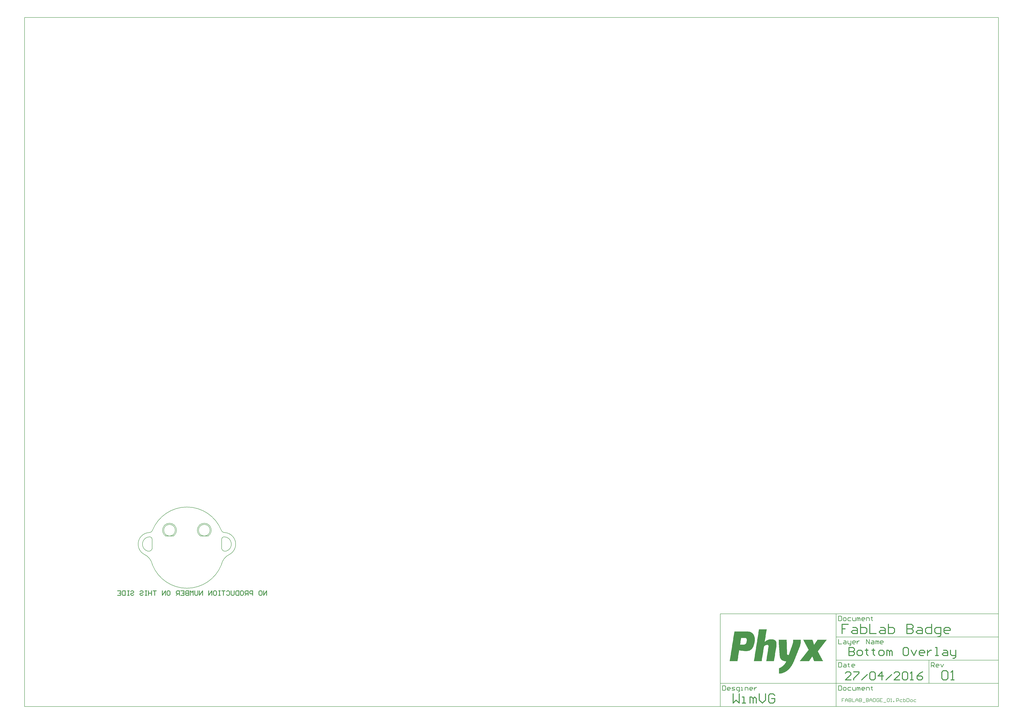
<source format=gbo>
G04 Layer_Color=32896*
%FSLAX25Y25*%
%MOIN*%
G70*
G01*
G75*
%ADD12C,0.01575*%
%ADD13C,0.00787*%
%ADD14C,0.00984*%
%ADD18C,0.01181*%
G36*
X1042339Y-162457D02*
Y-162743D01*
Y-163030D01*
Y-163316D01*
Y-163602D01*
Y-163889D01*
Y-164175D01*
Y-164461D01*
Y-164748D01*
Y-165034D01*
Y-165320D01*
Y-165607D01*
Y-165893D01*
Y-166179D01*
Y-166466D01*
Y-166752D01*
Y-167038D01*
Y-167324D01*
Y-167611D01*
Y-167897D01*
Y-168183D01*
X1042053D01*
Y-168470D01*
Y-168756D01*
Y-169042D01*
Y-169329D01*
Y-169615D01*
X1041767D01*
Y-169901D01*
Y-170188D01*
Y-170474D01*
Y-170760D01*
X1041481D01*
Y-171047D01*
Y-171333D01*
Y-171619D01*
Y-171906D01*
X1041194D01*
Y-172192D01*
Y-172478D01*
Y-172764D01*
X1040908D01*
Y-173051D01*
Y-173337D01*
Y-173623D01*
X1040622D01*
Y-173910D01*
Y-174196D01*
Y-174482D01*
X1040335D01*
Y-174769D01*
Y-175055D01*
Y-175341D01*
X1040049D01*
Y-175628D01*
Y-175914D01*
X1039763D01*
Y-176200D01*
Y-176487D01*
X1039476D01*
Y-176773D01*
Y-177059D01*
Y-177345D01*
X1039190D01*
Y-177632D01*
Y-177918D01*
X1038904D01*
Y-178204D01*
Y-178491D01*
Y-178777D01*
X1038617D01*
Y-179063D01*
Y-179350D01*
X1038331D01*
Y-179636D01*
Y-179922D01*
Y-180209D01*
X1038045D01*
Y-180495D01*
Y-180781D01*
X1037758D01*
Y-181068D01*
Y-181354D01*
Y-181640D01*
X1037472D01*
Y-181926D01*
Y-182213D01*
X1037186D01*
Y-182499D01*
Y-182785D01*
Y-183072D01*
X1036899D01*
Y-183358D01*
Y-183644D01*
X1036613D01*
Y-183931D01*
Y-184217D01*
Y-184503D01*
X1036327D01*
Y-184790D01*
Y-185076D01*
X1036041D01*
Y-185362D01*
Y-185649D01*
Y-185935D01*
X1035754D01*
Y-186221D01*
Y-186507D01*
X1035468D01*
Y-186794D01*
Y-187080D01*
Y-187366D01*
X1035182D01*
Y-187653D01*
Y-187939D01*
X1034895D01*
Y-188225D01*
Y-188512D01*
Y-188798D01*
X1034609D01*
Y-189084D01*
Y-189371D01*
X1034323D01*
Y-189657D01*
Y-189943D01*
Y-190229D01*
X1034036D01*
Y-190516D01*
Y-190802D01*
X1033750D01*
Y-191088D01*
Y-191375D01*
Y-191661D01*
X1033464D01*
Y-191947D01*
Y-192234D01*
X1033177D01*
Y-192520D01*
Y-192806D01*
Y-193093D01*
X1032891D01*
Y-193379D01*
Y-193665D01*
X1032605D01*
Y-193952D01*
Y-194238D01*
Y-194524D01*
X1032318D01*
Y-194810D01*
Y-195097D01*
X1032032D01*
Y-195383D01*
Y-195669D01*
Y-195956D01*
X1031746D01*
Y-196242D01*
Y-196528D01*
X1031460D01*
Y-196815D01*
Y-197101D01*
Y-197387D01*
X1031173D01*
Y-197674D01*
Y-197960D01*
X1030887D01*
Y-198246D01*
Y-198533D01*
Y-198819D01*
X1030601D01*
Y-199105D01*
Y-199391D01*
X1030314D01*
Y-199678D01*
Y-199964D01*
X1030028D01*
Y-200251D01*
Y-200537D01*
X1029742D01*
Y-200823D01*
Y-201109D01*
Y-201396D01*
X1029455D01*
Y-201682D01*
X1029169D01*
Y-201968D01*
Y-202255D01*
Y-202541D01*
X1028883D01*
Y-202827D01*
X1028596D01*
Y-203114D01*
Y-203400D01*
X1028310D01*
Y-203686D01*
Y-203973D01*
X1028024D01*
Y-204259D01*
Y-204545D01*
X1027738D01*
Y-204832D01*
Y-205118D01*
X1027451D01*
Y-205404D01*
X1027165D01*
Y-205690D01*
Y-205977D01*
X1026879D01*
Y-206263D01*
Y-206549D01*
X1026592D01*
Y-206836D01*
X1026306D01*
Y-207122D01*
X1026020D01*
Y-207408D01*
Y-207695D01*
X1025733D01*
Y-207981D01*
X1025447D01*
Y-208267D01*
Y-208554D01*
X1025161D01*
Y-208840D01*
X1024874D01*
Y-209126D01*
X1024588D01*
Y-209413D01*
Y-209699D01*
X1024302D01*
Y-209985D01*
X1024015D01*
Y-210271D01*
X1023729D01*
Y-210558D01*
X1023443D01*
Y-210844D01*
X1023157D01*
Y-211130D01*
Y-211417D01*
X1022870D01*
Y-211703D01*
X1022584D01*
Y-211989D01*
X1022297D01*
Y-212276D01*
X1022011D01*
Y-212562D01*
X1021725D01*
Y-212848D01*
X1021439D01*
Y-213135D01*
X1021152D01*
Y-213421D01*
X1020580D01*
Y-213707D01*
X1020293D01*
Y-213994D01*
X1020007D01*
Y-214280D01*
X1019721D01*
Y-214566D01*
X1019434D01*
Y-214852D01*
X1018862D01*
Y-215139D01*
X1018575D01*
Y-215425D01*
X1018003D01*
Y-215711D01*
X1017717D01*
Y-215998D01*
X1017144D01*
Y-216284D01*
X1016858D01*
Y-216570D01*
X1016285D01*
Y-216857D01*
X1015712D01*
Y-217143D01*
X1015140D01*
Y-217429D01*
X1014567D01*
Y-217716D01*
X1013995D01*
Y-218002D01*
X1013136D01*
Y-218288D01*
X1012563D01*
Y-218575D01*
X1011704D01*
Y-218861D01*
X1010559D01*
Y-219147D01*
X1009414D01*
Y-219433D01*
X1007696D01*
Y-219720D01*
X1005691D01*
Y-220006D01*
X1005405D01*
Y-219720D01*
Y-219433D01*
Y-219147D01*
Y-218861D01*
Y-218575D01*
Y-218288D01*
Y-218002D01*
Y-217716D01*
Y-217429D01*
Y-217143D01*
Y-216857D01*
Y-216570D01*
Y-216284D01*
Y-215998D01*
Y-215711D01*
Y-215425D01*
Y-215139D01*
Y-214852D01*
Y-214566D01*
Y-214280D01*
Y-213994D01*
Y-213707D01*
Y-213421D01*
Y-213135D01*
Y-212848D01*
Y-212562D01*
Y-212276D01*
Y-211989D01*
Y-211703D01*
Y-211417D01*
Y-211130D01*
Y-210844D01*
Y-210558D01*
X1005978D01*
Y-210271D01*
X1006550D01*
Y-209985D01*
X1007123D01*
Y-209699D01*
X1007696D01*
Y-209413D01*
X1008268D01*
Y-209126D01*
X1008841D01*
Y-208840D01*
X1009127D01*
Y-208554D01*
X1009700D01*
Y-208267D01*
X1009986D01*
Y-207981D01*
X1010559D01*
Y-207695D01*
X1010845D01*
Y-207408D01*
X1011131D01*
Y-207122D01*
X1011704D01*
Y-206836D01*
X1011990D01*
Y-206549D01*
X1012277D01*
Y-206263D01*
X1012563D01*
Y-205977D01*
X1012849D01*
Y-205690D01*
X1013136D01*
Y-205404D01*
X1013422D01*
Y-205118D01*
X1013708D01*
Y-204832D01*
X1013995D01*
Y-204545D01*
X1014281D01*
Y-204259D01*
X1014567D01*
Y-203973D01*
X1014853D01*
Y-203686D01*
Y-203400D01*
X1015140D01*
Y-203114D01*
X1015426D01*
Y-202827D01*
X1015712D01*
Y-202541D01*
Y-202255D01*
X1015999D01*
Y-201968D01*
X1016285D01*
Y-201682D01*
Y-201396D01*
X1016571D01*
Y-201109D01*
Y-200823D01*
X1016858D01*
Y-200537D01*
X1017144D01*
Y-200251D01*
Y-199964D01*
X1017430D01*
Y-199678D01*
Y-199391D01*
X1017717D01*
Y-199105D01*
Y-198819D01*
X1015999D01*
Y-198533D01*
X1013995D01*
Y-198246D01*
X1012849D01*
Y-197960D01*
X1012277D01*
Y-197674D01*
X1011418D01*
Y-197387D01*
X1010845D01*
Y-197101D01*
X1010559D01*
Y-196815D01*
X1009986D01*
Y-196528D01*
X1009700D01*
Y-196242D01*
X1009414D01*
Y-195956D01*
X1009127D01*
Y-195669D01*
X1008841D01*
Y-195383D01*
X1008554D01*
Y-195097D01*
Y-194810D01*
X1008268D01*
Y-194524D01*
X1007982D01*
Y-194238D01*
Y-193952D01*
X1007696D01*
Y-193665D01*
Y-193379D01*
X1007409D01*
Y-193093D01*
Y-192806D01*
X1007123D01*
Y-192520D01*
Y-192234D01*
Y-191947D01*
X1006837D01*
Y-191661D01*
Y-191375D01*
Y-191088D01*
Y-190802D01*
X1006550D01*
Y-190516D01*
Y-190229D01*
Y-189943D01*
Y-189657D01*
Y-189371D01*
Y-189084D01*
Y-188798D01*
X1006264D01*
Y-188512D01*
Y-188225D01*
Y-187939D01*
Y-187653D01*
Y-187366D01*
Y-187080D01*
Y-186794D01*
Y-186507D01*
Y-186221D01*
Y-185935D01*
Y-185649D01*
Y-185362D01*
Y-185076D01*
Y-184790D01*
Y-184503D01*
X1005978D01*
Y-184217D01*
Y-183931D01*
Y-183644D01*
Y-183358D01*
Y-183072D01*
Y-182785D01*
Y-182499D01*
Y-182213D01*
Y-181926D01*
Y-181640D01*
Y-181354D01*
Y-181068D01*
Y-180781D01*
Y-180495D01*
Y-180209D01*
X1005691D01*
Y-179922D01*
Y-179636D01*
Y-179350D01*
Y-179063D01*
Y-178777D01*
Y-178491D01*
Y-178204D01*
Y-177918D01*
Y-177632D01*
Y-177345D01*
Y-177059D01*
Y-176773D01*
Y-176487D01*
Y-176200D01*
Y-175914D01*
Y-175628D01*
X1005405D01*
Y-175341D01*
Y-175055D01*
Y-174769D01*
Y-174482D01*
Y-174196D01*
Y-173910D01*
Y-173623D01*
Y-173337D01*
Y-173051D01*
Y-172764D01*
Y-172478D01*
Y-172192D01*
Y-171906D01*
Y-171619D01*
Y-171333D01*
Y-171047D01*
X1005119D01*
Y-170760D01*
Y-170474D01*
Y-170188D01*
Y-169901D01*
Y-169615D01*
Y-169329D01*
Y-169042D01*
Y-168756D01*
Y-168470D01*
Y-168183D01*
Y-167897D01*
Y-167611D01*
Y-167324D01*
Y-167038D01*
X1004832D01*
Y-166752D01*
Y-166466D01*
Y-166179D01*
Y-165893D01*
Y-165607D01*
Y-165320D01*
Y-165034D01*
Y-164748D01*
Y-164461D01*
Y-164175D01*
Y-163889D01*
Y-163602D01*
Y-163316D01*
Y-163030D01*
Y-162743D01*
Y-162457D01*
X1004546D01*
Y-162171D01*
X1018289D01*
Y-162457D01*
Y-162743D01*
Y-163030D01*
Y-163316D01*
Y-163602D01*
Y-163889D01*
Y-164175D01*
Y-164461D01*
Y-164748D01*
Y-165034D01*
Y-165320D01*
Y-165607D01*
Y-165893D01*
Y-166179D01*
X1018575D01*
Y-166466D01*
Y-166752D01*
Y-167038D01*
Y-167324D01*
Y-167611D01*
Y-167897D01*
Y-168183D01*
Y-168470D01*
Y-168756D01*
Y-169042D01*
Y-169329D01*
Y-169615D01*
Y-169901D01*
Y-170188D01*
Y-170474D01*
Y-170760D01*
Y-171047D01*
Y-171333D01*
Y-171619D01*
Y-171906D01*
Y-172192D01*
Y-172478D01*
Y-172764D01*
Y-173051D01*
Y-173337D01*
Y-173623D01*
Y-173910D01*
Y-174196D01*
Y-174482D01*
Y-174769D01*
Y-175055D01*
Y-175341D01*
Y-175628D01*
Y-175914D01*
Y-176200D01*
Y-176487D01*
Y-176773D01*
Y-177059D01*
Y-177345D01*
Y-177632D01*
Y-177918D01*
X1018862D01*
Y-178204D01*
X1018575D01*
Y-178491D01*
Y-178777D01*
X1018862D01*
Y-179063D01*
Y-179350D01*
Y-179636D01*
Y-179922D01*
Y-180209D01*
Y-180495D01*
Y-180781D01*
Y-181068D01*
Y-181354D01*
Y-181640D01*
Y-181926D01*
Y-182213D01*
Y-182499D01*
Y-182785D01*
Y-183072D01*
Y-183358D01*
Y-183644D01*
Y-183931D01*
Y-184217D01*
Y-184503D01*
Y-184790D01*
Y-185076D01*
Y-185362D01*
Y-185649D01*
Y-185935D01*
Y-186221D01*
X1019148D01*
Y-186507D01*
Y-186794D01*
Y-187080D01*
X1019434D01*
Y-187366D01*
X1019721D01*
Y-187653D01*
X1020007D01*
Y-187939D01*
X1020866D01*
Y-188225D01*
X1021725D01*
Y-187939D01*
X1022011D01*
Y-187653D01*
Y-187366D01*
Y-187080D01*
X1022297D01*
Y-186794D01*
Y-186507D01*
X1022584D01*
Y-186221D01*
Y-185935D01*
Y-185649D01*
X1022870D01*
Y-185362D01*
Y-185076D01*
Y-184790D01*
X1023157D01*
Y-184503D01*
Y-184217D01*
Y-183931D01*
X1023443D01*
Y-183644D01*
Y-183358D01*
Y-183072D01*
X1023729D01*
Y-182785D01*
Y-182499D01*
X1024015D01*
Y-182213D01*
Y-181926D01*
Y-181640D01*
X1024302D01*
Y-181354D01*
Y-181068D01*
Y-180781D01*
X1024588D01*
Y-180495D01*
Y-180209D01*
Y-179922D01*
X1024874D01*
Y-179636D01*
Y-179350D01*
X1025161D01*
Y-179063D01*
Y-178777D01*
Y-178491D01*
X1025447D01*
Y-178204D01*
Y-177918D01*
Y-177632D01*
X1025733D01*
Y-177345D01*
Y-177059D01*
Y-176773D01*
X1026020D01*
Y-176487D01*
Y-176200D01*
X1026306D01*
Y-175914D01*
Y-175628D01*
Y-175341D01*
X1026592D01*
Y-175055D01*
Y-174769D01*
Y-174482D01*
X1026879D01*
Y-174196D01*
Y-173910D01*
Y-173623D01*
X1027165D01*
Y-173337D01*
Y-173051D01*
X1027451D01*
Y-172764D01*
Y-172478D01*
Y-172192D01*
X1027738D01*
Y-171906D01*
Y-171619D01*
Y-171333D01*
X1028024D01*
Y-171047D01*
Y-170760D01*
Y-170474D01*
X1028310D01*
Y-170188D01*
Y-169901D01*
Y-169615D01*
Y-169329D01*
X1028596D01*
Y-169042D01*
Y-168756D01*
Y-168470D01*
Y-168183D01*
X1028883D01*
Y-167897D01*
Y-167611D01*
Y-167324D01*
Y-167038D01*
Y-166752D01*
X1029169D01*
Y-166466D01*
Y-166179D01*
Y-165893D01*
Y-165607D01*
Y-165320D01*
Y-165034D01*
X1029455D01*
Y-164748D01*
Y-164461D01*
Y-164175D01*
Y-163889D01*
Y-163602D01*
Y-163316D01*
Y-163030D01*
Y-162743D01*
Y-162457D01*
Y-162171D01*
X1042339D01*
Y-162457D01*
D02*
G37*
G36*
X984504Y-144992D02*
Y-145278D01*
X984218D01*
Y-145565D01*
Y-145851D01*
Y-146137D01*
Y-146424D01*
Y-146710D01*
Y-146996D01*
X983932D01*
Y-147283D01*
Y-147569D01*
Y-147855D01*
Y-148142D01*
Y-148428D01*
Y-148714D01*
X983645D01*
Y-149001D01*
Y-149287D01*
Y-149573D01*
Y-149859D01*
Y-150146D01*
Y-150432D01*
Y-150718D01*
X983359D01*
Y-151005D01*
Y-151291D01*
Y-151577D01*
Y-151864D01*
Y-152150D01*
Y-152436D01*
X983073D01*
Y-152723D01*
Y-153009D01*
Y-153295D01*
Y-153582D01*
Y-153868D01*
Y-154154D01*
X982786D01*
Y-154440D01*
Y-154727D01*
Y-155013D01*
Y-155299D01*
Y-155586D01*
Y-155872D01*
Y-156158D01*
X982500D01*
Y-156445D01*
Y-156731D01*
Y-157017D01*
Y-157304D01*
Y-157590D01*
Y-157876D01*
X982214D01*
Y-158162D01*
Y-158449D01*
Y-158735D01*
Y-159021D01*
Y-159308D01*
Y-159594D01*
X981927D01*
Y-159880D01*
Y-160167D01*
Y-160453D01*
Y-160739D01*
Y-161026D01*
Y-161312D01*
X981641D01*
Y-161598D01*
Y-161884D01*
Y-162171D01*
Y-162457D01*
Y-162743D01*
Y-163030D01*
Y-163316D01*
X981355D01*
Y-163602D01*
Y-163889D01*
Y-164175D01*
Y-164461D01*
Y-164748D01*
Y-165034D01*
X981069D01*
Y-165320D01*
Y-165607D01*
X981641D01*
Y-165320D01*
X981927D01*
Y-165034D01*
X982214D01*
Y-164748D01*
X982786D01*
Y-164461D01*
X983073D01*
Y-164175D01*
X983359D01*
Y-163889D01*
X983932D01*
Y-163602D01*
X984504D01*
Y-163316D01*
X984791D01*
Y-163030D01*
X985363D01*
Y-162743D01*
X986222D01*
Y-162457D01*
X986795D01*
Y-162171D01*
X987654D01*
Y-161884D01*
X989085D01*
Y-161598D01*
X995384D01*
Y-161884D01*
X996529D01*
Y-162171D01*
X997388D01*
Y-162457D01*
X997961D01*
Y-162743D01*
X998247D01*
Y-163030D01*
X998820D01*
Y-163316D01*
X999106D01*
Y-163602D01*
X999393D01*
Y-163889D01*
X999679D01*
Y-164175D01*
X999965D01*
Y-164461D01*
Y-164748D01*
X1000251D01*
Y-165034D01*
Y-165320D01*
X1000538D01*
Y-165607D01*
Y-165893D01*
Y-166179D01*
X1000824D01*
Y-166466D01*
Y-166752D01*
Y-167038D01*
Y-167324D01*
X1001110D01*
Y-167611D01*
Y-167897D01*
Y-168183D01*
Y-168470D01*
Y-168756D01*
Y-169042D01*
Y-169329D01*
Y-169615D01*
Y-169901D01*
Y-170188D01*
Y-170474D01*
Y-170760D01*
Y-171047D01*
Y-171333D01*
Y-171619D01*
Y-171906D01*
Y-172192D01*
Y-172478D01*
X1000824D01*
Y-172764D01*
Y-173051D01*
Y-173337D01*
Y-173623D01*
Y-173910D01*
Y-174196D01*
Y-174482D01*
X1000538D01*
Y-174769D01*
Y-175055D01*
Y-175341D01*
Y-175628D01*
Y-175914D01*
Y-176200D01*
Y-176487D01*
X1000251D01*
Y-176773D01*
Y-177059D01*
Y-177345D01*
Y-177632D01*
Y-177918D01*
Y-178204D01*
X999965D01*
Y-178491D01*
Y-178777D01*
Y-179063D01*
Y-179350D01*
Y-179636D01*
Y-179922D01*
X999679D01*
Y-180209D01*
Y-180495D01*
Y-180781D01*
Y-181068D01*
Y-181354D01*
Y-181640D01*
X999393D01*
Y-181926D01*
Y-182213D01*
Y-182499D01*
Y-182785D01*
Y-183072D01*
Y-183358D01*
Y-183644D01*
X999106D01*
Y-183931D01*
Y-184217D01*
Y-184503D01*
Y-184790D01*
Y-185076D01*
Y-185362D01*
X998820D01*
Y-185649D01*
Y-185935D01*
Y-186221D01*
Y-186507D01*
Y-186794D01*
Y-187080D01*
X998534D01*
Y-187366D01*
Y-187653D01*
Y-187939D01*
Y-188225D01*
Y-188512D01*
Y-188798D01*
Y-189084D01*
X998247D01*
Y-189371D01*
Y-189657D01*
Y-189943D01*
Y-190229D01*
Y-190516D01*
Y-190802D01*
X997961D01*
Y-191088D01*
Y-191375D01*
Y-191661D01*
Y-191947D01*
Y-192234D01*
Y-192520D01*
X997675D01*
Y-192806D01*
Y-193093D01*
Y-193379D01*
Y-193665D01*
Y-193952D01*
Y-194238D01*
X997388D01*
Y-194524D01*
Y-194810D01*
Y-195097D01*
Y-195383D01*
Y-195669D01*
Y-195956D01*
Y-196242D01*
X997102D01*
Y-196528D01*
Y-196815D01*
Y-197101D01*
Y-197387D01*
Y-197674D01*
Y-197960D01*
X996816D01*
Y-198246D01*
Y-198533D01*
X983645D01*
Y-198246D01*
Y-197960D01*
X983932D01*
Y-197674D01*
Y-197387D01*
Y-197101D01*
Y-196815D01*
Y-196528D01*
Y-196242D01*
X984218D01*
Y-195956D01*
Y-195669D01*
Y-195383D01*
Y-195097D01*
Y-194810D01*
Y-194524D01*
Y-194238D01*
X984504D01*
Y-193952D01*
Y-193665D01*
Y-193379D01*
Y-193093D01*
Y-192806D01*
Y-192520D01*
X984791D01*
Y-192234D01*
Y-191947D01*
Y-191661D01*
Y-191375D01*
Y-191088D01*
Y-190802D01*
X985077D01*
Y-190516D01*
Y-190229D01*
Y-189943D01*
Y-189657D01*
Y-189371D01*
Y-189084D01*
Y-188798D01*
X985363D01*
Y-188512D01*
Y-188225D01*
Y-187939D01*
Y-187653D01*
Y-187366D01*
Y-187080D01*
X985649D01*
Y-186794D01*
Y-186507D01*
Y-186221D01*
Y-185935D01*
Y-185649D01*
Y-185362D01*
Y-185076D01*
X985936D01*
Y-184790D01*
Y-184503D01*
Y-184217D01*
Y-183931D01*
Y-183644D01*
Y-183358D01*
X986222D01*
Y-183072D01*
Y-182785D01*
Y-182499D01*
Y-182213D01*
Y-181926D01*
Y-181640D01*
X986508D01*
Y-181354D01*
Y-181068D01*
Y-180781D01*
Y-180495D01*
Y-180209D01*
Y-179922D01*
X986795D01*
Y-179636D01*
Y-179350D01*
Y-179063D01*
Y-178777D01*
Y-178491D01*
Y-178204D01*
Y-177918D01*
X987081D01*
Y-177632D01*
Y-177345D01*
Y-177059D01*
Y-176773D01*
Y-176487D01*
Y-176200D01*
X987367D01*
Y-175914D01*
Y-175628D01*
Y-175341D01*
Y-175055D01*
Y-174769D01*
Y-174482D01*
Y-174196D01*
X987654D01*
Y-173910D01*
Y-173623D01*
Y-173337D01*
Y-173051D01*
Y-172764D01*
Y-172478D01*
X987367D01*
Y-172192D01*
Y-171906D01*
X987081D01*
Y-171619D01*
X986795D01*
Y-171333D01*
X986222D01*
Y-171047D01*
X984504D01*
Y-171333D01*
X983073D01*
Y-171619D01*
X982214D01*
Y-171906D01*
X981641D01*
Y-172192D01*
X981355D01*
Y-172478D01*
X980782D01*
Y-172764D01*
X980496D01*
Y-173051D01*
X980210D01*
Y-173337D01*
Y-173623D01*
X979923D01*
Y-173910D01*
Y-174196D01*
Y-174482D01*
X979637D01*
Y-174769D01*
Y-175055D01*
Y-175341D01*
Y-175628D01*
Y-175914D01*
Y-176200D01*
X979351D01*
Y-176487D01*
Y-176773D01*
Y-177059D01*
Y-177345D01*
Y-177632D01*
Y-177918D01*
Y-178204D01*
X979064D01*
Y-178491D01*
Y-178777D01*
Y-179063D01*
Y-179350D01*
Y-179636D01*
Y-179922D01*
X978778D01*
Y-180209D01*
Y-180495D01*
Y-180781D01*
Y-181068D01*
Y-181354D01*
Y-181640D01*
X978492D01*
Y-181926D01*
Y-182213D01*
Y-182499D01*
Y-182785D01*
Y-183072D01*
Y-183358D01*
X978205D01*
Y-183644D01*
Y-183931D01*
Y-184217D01*
Y-184503D01*
Y-184790D01*
Y-185076D01*
Y-185362D01*
X977919D01*
Y-185649D01*
Y-185935D01*
Y-186221D01*
Y-186507D01*
Y-186794D01*
Y-187080D01*
X977633D01*
Y-187366D01*
Y-187653D01*
Y-187939D01*
Y-188225D01*
Y-188512D01*
Y-188798D01*
X977346D01*
Y-189084D01*
Y-189371D01*
Y-189657D01*
Y-189943D01*
Y-190229D01*
Y-190516D01*
Y-190802D01*
X977060D01*
Y-191088D01*
Y-191375D01*
Y-191661D01*
Y-191947D01*
Y-192234D01*
Y-192520D01*
X976774D01*
Y-192806D01*
Y-193093D01*
Y-193379D01*
Y-193665D01*
Y-193952D01*
Y-194238D01*
X976488D01*
Y-194524D01*
Y-194810D01*
Y-195097D01*
Y-195383D01*
Y-195669D01*
Y-195956D01*
X976201D01*
Y-196242D01*
Y-196528D01*
Y-196815D01*
Y-197101D01*
Y-197387D01*
Y-197674D01*
Y-197960D01*
X975915D01*
Y-198246D01*
Y-198533D01*
X962745D01*
Y-198246D01*
Y-197960D01*
X963031D01*
Y-197674D01*
Y-197387D01*
Y-197101D01*
Y-196815D01*
Y-196528D01*
Y-196242D01*
Y-195956D01*
X963317D01*
Y-195669D01*
Y-195383D01*
Y-195097D01*
Y-194810D01*
Y-194524D01*
Y-194238D01*
X963603D01*
Y-193952D01*
Y-193665D01*
Y-193379D01*
Y-193093D01*
Y-192806D01*
Y-192520D01*
X963890D01*
Y-192234D01*
Y-191947D01*
Y-191661D01*
Y-191375D01*
Y-191088D01*
Y-190802D01*
Y-190516D01*
X964176D01*
Y-190229D01*
Y-189943D01*
Y-189657D01*
Y-189371D01*
Y-189084D01*
Y-188798D01*
X964462D01*
Y-188512D01*
Y-188225D01*
Y-187939D01*
Y-187653D01*
Y-187366D01*
Y-187080D01*
X964749D01*
Y-186794D01*
Y-186507D01*
Y-186221D01*
Y-185935D01*
Y-185649D01*
Y-185362D01*
X965035D01*
Y-185076D01*
Y-184790D01*
Y-184503D01*
Y-184217D01*
Y-183931D01*
Y-183644D01*
Y-183358D01*
X965321D01*
Y-183072D01*
Y-182785D01*
Y-182499D01*
Y-182213D01*
Y-181926D01*
Y-181640D01*
X965608D01*
Y-181354D01*
Y-181068D01*
Y-180781D01*
Y-180495D01*
Y-180209D01*
Y-179922D01*
X965894D01*
Y-179636D01*
Y-179350D01*
Y-179063D01*
Y-178777D01*
Y-178491D01*
Y-178204D01*
Y-177918D01*
X966180D01*
Y-177632D01*
Y-177345D01*
Y-177059D01*
Y-176773D01*
Y-176487D01*
Y-176200D01*
X966467D01*
Y-175914D01*
Y-175628D01*
Y-175341D01*
Y-175055D01*
Y-174769D01*
Y-174482D01*
X966753D01*
Y-174196D01*
Y-173910D01*
Y-173623D01*
Y-173337D01*
Y-173051D01*
Y-172764D01*
X967039D01*
Y-172478D01*
Y-172192D01*
Y-171906D01*
Y-171619D01*
Y-171333D01*
Y-171047D01*
Y-170760D01*
X967325D01*
Y-170474D01*
Y-170188D01*
Y-169901D01*
Y-169615D01*
Y-169329D01*
Y-169042D01*
X967612D01*
Y-168756D01*
Y-168470D01*
Y-168183D01*
Y-167897D01*
Y-167611D01*
Y-167324D01*
X967898D01*
Y-167038D01*
Y-166752D01*
Y-166466D01*
Y-166179D01*
Y-165893D01*
Y-165607D01*
X968184D01*
Y-165320D01*
Y-165034D01*
Y-164748D01*
Y-164461D01*
Y-164175D01*
Y-163889D01*
Y-163602D01*
X968471D01*
Y-163316D01*
Y-163030D01*
Y-162743D01*
Y-162457D01*
Y-162171D01*
Y-161884D01*
X968757D01*
Y-161598D01*
Y-161312D01*
Y-161026D01*
Y-160739D01*
Y-160453D01*
Y-160167D01*
X969043D01*
Y-159880D01*
Y-159594D01*
Y-159308D01*
Y-159021D01*
Y-158735D01*
Y-158449D01*
Y-158162D01*
X969330D01*
Y-157876D01*
Y-157590D01*
Y-157304D01*
Y-157017D01*
Y-156731D01*
Y-156445D01*
X969616D01*
Y-156158D01*
Y-155872D01*
Y-155586D01*
Y-155299D01*
Y-155013D01*
Y-154727D01*
X969902D01*
Y-154440D01*
Y-154154D01*
Y-153868D01*
Y-153582D01*
Y-153295D01*
Y-153009D01*
X970189D01*
Y-152723D01*
Y-152436D01*
Y-152150D01*
Y-151864D01*
Y-151577D01*
Y-151291D01*
Y-151005D01*
X970475D01*
Y-150718D01*
Y-150432D01*
Y-150146D01*
Y-149859D01*
Y-149573D01*
Y-149287D01*
X970761D01*
Y-149001D01*
Y-148714D01*
Y-148428D01*
Y-148142D01*
Y-147855D01*
Y-147569D01*
X971047D01*
Y-147283D01*
Y-146996D01*
Y-146710D01*
Y-146424D01*
Y-146137D01*
Y-145851D01*
Y-145565D01*
X971334D01*
Y-145278D01*
Y-144992D01*
Y-144706D01*
X984504D01*
Y-144992D01*
D02*
G37*
G36*
X953296Y-148428D02*
X955014D01*
Y-148714D01*
X955873D01*
Y-149001D01*
X956732D01*
Y-149287D01*
X957591D01*
Y-149573D01*
X958164D01*
Y-149859D01*
X958450D01*
Y-150146D01*
X959022D01*
Y-150432D01*
X959309D01*
Y-150718D01*
X959881D01*
Y-151005D01*
X960168D01*
Y-151291D01*
X960454D01*
Y-151577D01*
X960740D01*
Y-151864D01*
X961027D01*
Y-152150D01*
X961313D01*
Y-152436D01*
X961599D01*
Y-152723D01*
Y-153009D01*
X961886D01*
Y-153295D01*
X962172D01*
Y-153582D01*
Y-153868D01*
X962458D01*
Y-154154D01*
X962745D01*
Y-154440D01*
Y-154727D01*
X963031D01*
Y-155013D01*
Y-155299D01*
Y-155586D01*
X963317D01*
Y-155872D01*
Y-156158D01*
Y-156445D01*
X963603D01*
Y-156731D01*
Y-157017D01*
Y-157304D01*
Y-157590D01*
X963890D01*
Y-157876D01*
Y-158162D01*
Y-158449D01*
Y-158735D01*
Y-159021D01*
X964176D01*
Y-159308D01*
Y-159594D01*
Y-159880D01*
Y-160167D01*
Y-160453D01*
Y-160739D01*
Y-161026D01*
Y-161312D01*
Y-161598D01*
Y-161884D01*
Y-162171D01*
Y-162457D01*
Y-162743D01*
Y-163030D01*
Y-163316D01*
Y-163602D01*
Y-163889D01*
Y-164175D01*
Y-164461D01*
Y-164748D01*
X963890D01*
Y-165034D01*
Y-165320D01*
Y-165607D01*
Y-165893D01*
Y-166179D01*
Y-166466D01*
Y-166752D01*
X963603D01*
Y-167038D01*
Y-167324D01*
Y-167611D01*
Y-167897D01*
Y-168183D01*
X963317D01*
Y-168470D01*
Y-168756D01*
Y-169042D01*
Y-169329D01*
Y-169615D01*
X963031D01*
Y-169901D01*
Y-170188D01*
Y-170474D01*
X962745D01*
Y-170760D01*
Y-171047D01*
Y-171333D01*
Y-171619D01*
X962458D01*
Y-171906D01*
Y-172192D01*
Y-172478D01*
X962172D01*
Y-172764D01*
Y-173051D01*
X961886D01*
Y-173337D01*
Y-173623D01*
Y-173910D01*
X961599D01*
Y-174196D01*
Y-174482D01*
X961313D01*
Y-174769D01*
Y-175055D01*
X961027D01*
Y-175341D01*
Y-175628D01*
X960740D01*
Y-175914D01*
X960454D01*
Y-176200D01*
Y-176487D01*
X960168D01*
Y-176773D01*
X959881D01*
Y-177059D01*
X959595D01*
Y-177345D01*
Y-177632D01*
X959309D01*
Y-177918D01*
X959022D01*
Y-178204D01*
X958736D01*
Y-178491D01*
X958450D01*
Y-178777D01*
X958164D01*
Y-179063D01*
X957591D01*
Y-179350D01*
X957304D01*
Y-179636D01*
X956732D01*
Y-179922D01*
X956446D01*
Y-180209D01*
X955873D01*
Y-180495D01*
X955014D01*
Y-180781D01*
X954155D01*
Y-181068D01*
X953296D01*
Y-181354D01*
X951578D01*
Y-181640D01*
X946425D01*
Y-181354D01*
X943848D01*
Y-181068D01*
X941844D01*
Y-180781D01*
X940412D01*
Y-180495D01*
X938980D01*
Y-180209D01*
X937549D01*
Y-180495D01*
Y-180781D01*
Y-181068D01*
Y-181354D01*
Y-181640D01*
Y-181926D01*
Y-182213D01*
X937263D01*
Y-182499D01*
Y-182785D01*
Y-183072D01*
Y-183358D01*
Y-183644D01*
Y-183931D01*
X936976D01*
Y-184217D01*
Y-184503D01*
Y-184790D01*
Y-185076D01*
Y-185362D01*
Y-185649D01*
X936690D01*
Y-185935D01*
Y-186221D01*
Y-186507D01*
Y-186794D01*
Y-187080D01*
Y-187366D01*
Y-187653D01*
X936404D01*
Y-187939D01*
Y-188225D01*
Y-188512D01*
Y-188798D01*
Y-189084D01*
Y-189371D01*
X936117D01*
Y-189657D01*
Y-189943D01*
Y-190229D01*
Y-190516D01*
Y-190802D01*
Y-191088D01*
X935831D01*
Y-191375D01*
Y-191661D01*
Y-191947D01*
Y-192234D01*
Y-192520D01*
Y-192806D01*
Y-193093D01*
X935545D01*
Y-193379D01*
Y-193665D01*
Y-193952D01*
Y-194238D01*
Y-194524D01*
Y-194810D01*
X935258D01*
Y-195097D01*
Y-195383D01*
Y-195669D01*
Y-195956D01*
Y-196242D01*
Y-196528D01*
X934972D01*
Y-196815D01*
Y-197101D01*
Y-197387D01*
Y-197674D01*
Y-197960D01*
Y-198246D01*
Y-198533D01*
X921515D01*
Y-198246D01*
X921802D01*
Y-197960D01*
Y-197674D01*
Y-197387D01*
Y-197101D01*
Y-196815D01*
X922088D01*
Y-196528D01*
Y-196242D01*
Y-195956D01*
Y-195669D01*
Y-195383D01*
Y-195097D01*
Y-194810D01*
X922374D01*
Y-194524D01*
Y-194238D01*
Y-193952D01*
Y-193665D01*
Y-193379D01*
Y-193093D01*
X922661D01*
Y-192806D01*
Y-192520D01*
Y-192234D01*
Y-191947D01*
Y-191661D01*
Y-191375D01*
X922947D01*
Y-191088D01*
Y-190802D01*
Y-190516D01*
Y-190229D01*
Y-189943D01*
Y-189657D01*
Y-189371D01*
X923233D01*
Y-189084D01*
Y-188798D01*
Y-188512D01*
Y-188225D01*
Y-187939D01*
Y-187653D01*
X923520D01*
Y-187366D01*
Y-187080D01*
Y-186794D01*
Y-186507D01*
Y-186221D01*
Y-185935D01*
X923806D01*
Y-185649D01*
Y-185362D01*
Y-185076D01*
Y-184790D01*
Y-184503D01*
Y-184217D01*
X924092D01*
Y-183931D01*
Y-183644D01*
Y-183358D01*
Y-183072D01*
Y-182785D01*
Y-182499D01*
Y-182213D01*
X924378D01*
Y-181926D01*
Y-181640D01*
Y-181354D01*
Y-181068D01*
Y-180781D01*
Y-180495D01*
X924665D01*
Y-180209D01*
Y-179922D01*
Y-179636D01*
Y-179350D01*
Y-179063D01*
Y-178777D01*
X924951D01*
Y-178491D01*
Y-178204D01*
Y-177918D01*
Y-177632D01*
Y-177345D01*
Y-177059D01*
X925237D01*
Y-176773D01*
Y-176487D01*
Y-176200D01*
Y-175914D01*
Y-175628D01*
Y-175341D01*
Y-175055D01*
X925524D01*
Y-174769D01*
Y-174482D01*
Y-174196D01*
Y-173910D01*
Y-173623D01*
Y-173337D01*
X925810D01*
Y-173051D01*
Y-172764D01*
Y-172478D01*
Y-172192D01*
Y-171906D01*
Y-171619D01*
X926096D01*
Y-171333D01*
Y-171047D01*
Y-170760D01*
Y-170474D01*
Y-170188D01*
Y-169901D01*
Y-169615D01*
X926383D01*
Y-169329D01*
Y-169042D01*
Y-168756D01*
Y-168470D01*
Y-168183D01*
Y-167897D01*
X926669D01*
Y-167611D01*
Y-167324D01*
Y-167038D01*
Y-166752D01*
Y-166466D01*
Y-166179D01*
X926955D01*
Y-165893D01*
Y-165607D01*
Y-165320D01*
Y-165034D01*
Y-164748D01*
Y-164461D01*
X927242D01*
Y-164175D01*
Y-163889D01*
Y-163602D01*
Y-163316D01*
Y-163030D01*
Y-162743D01*
Y-162457D01*
X927528D01*
Y-162171D01*
Y-161884D01*
Y-161598D01*
Y-161312D01*
Y-161026D01*
Y-160739D01*
X927814D01*
Y-160453D01*
Y-160167D01*
Y-159880D01*
Y-159594D01*
Y-159308D01*
Y-159021D01*
X928101D01*
Y-158735D01*
Y-158449D01*
Y-158162D01*
Y-157876D01*
Y-157590D01*
Y-157304D01*
Y-157017D01*
X928387D01*
Y-156731D01*
Y-156445D01*
Y-156158D01*
Y-155872D01*
Y-155586D01*
Y-155299D01*
X928673D01*
Y-155013D01*
Y-154727D01*
Y-154440D01*
Y-154154D01*
Y-153868D01*
Y-153582D01*
X928959D01*
Y-153295D01*
Y-153009D01*
Y-152723D01*
Y-152436D01*
Y-152150D01*
Y-151864D01*
Y-151577D01*
X929246D01*
Y-151291D01*
Y-151005D01*
Y-150718D01*
Y-150432D01*
Y-150146D01*
Y-149859D01*
X929532D01*
Y-149573D01*
Y-149287D01*
Y-149001D01*
Y-148714D01*
Y-148428D01*
Y-148142D01*
X953296D01*
Y-148428D01*
D02*
G37*
G36*
X1086432Y-162457D02*
X1086145D01*
Y-162743D01*
X1085859D01*
Y-163030D01*
Y-163316D01*
X1085573D01*
Y-163602D01*
X1085286D01*
Y-163889D01*
X1085000D01*
Y-164175D01*
Y-164461D01*
X1084714D01*
Y-164748D01*
X1084427D01*
Y-165034D01*
X1084141D01*
Y-165320D01*
X1083855D01*
Y-165607D01*
Y-165893D01*
X1083568D01*
Y-166179D01*
X1083282D01*
Y-166466D01*
X1082996D01*
Y-166752D01*
Y-167038D01*
X1082710D01*
Y-167324D01*
X1082423D01*
Y-167611D01*
X1082137D01*
Y-167897D01*
X1081851D01*
Y-168183D01*
Y-168470D01*
X1081564D01*
Y-168756D01*
X1081278D01*
Y-169042D01*
X1080992D01*
Y-169329D01*
Y-169615D01*
X1080705D01*
Y-169901D01*
X1080419D01*
Y-170188D01*
X1080133D01*
Y-170474D01*
Y-170760D01*
X1079846D01*
Y-171047D01*
X1079560D01*
Y-171333D01*
X1079274D01*
Y-171619D01*
X1078988D01*
Y-171906D01*
Y-172192D01*
X1078701D01*
Y-172478D01*
X1078415D01*
Y-172764D01*
X1078129D01*
Y-173051D01*
Y-173337D01*
X1077842D01*
Y-173623D01*
X1077556D01*
Y-173910D01*
X1077270D01*
Y-174196D01*
Y-174482D01*
X1076983D01*
Y-174769D01*
X1076697D01*
Y-175055D01*
X1076411D01*
Y-175341D01*
X1076124D01*
Y-175628D01*
Y-175914D01*
X1075838D01*
Y-176200D01*
X1075552D01*
Y-176487D01*
X1075265D01*
Y-176773D01*
Y-177059D01*
X1074979D01*
Y-177345D01*
X1074693D01*
Y-177632D01*
X1074407D01*
Y-177918D01*
Y-178204D01*
X1074120D01*
Y-178491D01*
X1073834D01*
Y-178777D01*
X1073547D01*
Y-179063D01*
X1073261D01*
Y-179350D01*
Y-179636D01*
X1072975D01*
Y-179922D01*
X1072689D01*
Y-180209D01*
X1072402D01*
Y-180495D01*
Y-180781D01*
X1072116D01*
Y-181068D01*
X1071830D01*
Y-181354D01*
X1071543D01*
Y-181640D01*
X1071257D01*
Y-181926D01*
Y-182213D01*
X1071543D01*
Y-182499D01*
Y-182785D01*
X1071830D01*
Y-183072D01*
Y-183358D01*
X1072116D01*
Y-183644D01*
X1072402D01*
Y-183931D01*
Y-184217D01*
X1072689D01*
Y-184503D01*
Y-184790D01*
X1072975D01*
Y-185076D01*
Y-185362D01*
X1073261D01*
Y-185649D01*
Y-185935D01*
X1073547D01*
Y-186221D01*
Y-186507D01*
X1073834D01*
Y-186794D01*
Y-187080D01*
X1074120D01*
Y-187366D01*
Y-187653D01*
X1074407D01*
Y-187939D01*
Y-188225D01*
X1074693D01*
Y-188512D01*
X1074979D01*
Y-188798D01*
Y-189084D01*
X1075265D01*
Y-189371D01*
Y-189657D01*
X1075552D01*
Y-189943D01*
Y-190229D01*
X1075838D01*
Y-190516D01*
Y-190802D01*
X1076124D01*
Y-191088D01*
Y-191375D01*
X1076411D01*
Y-191661D01*
Y-191947D01*
X1076697D01*
Y-192234D01*
Y-192520D01*
X1076983D01*
Y-192806D01*
X1077270D01*
Y-193093D01*
Y-193379D01*
X1077556D01*
Y-193665D01*
Y-193952D01*
X1077842D01*
Y-194238D01*
Y-194524D01*
X1078129D01*
Y-194810D01*
Y-195097D01*
X1078415D01*
Y-195383D01*
Y-195669D01*
X1078701D01*
Y-195956D01*
Y-196242D01*
X1078988D01*
Y-196528D01*
Y-196815D01*
X1079274D01*
Y-197101D01*
X1079560D01*
Y-197387D01*
Y-197674D01*
X1079846D01*
Y-197960D01*
Y-198246D01*
X1080133D01*
Y-198533D01*
X1064958D01*
Y-198246D01*
X1064672D01*
Y-197960D01*
Y-197674D01*
Y-197387D01*
X1064386D01*
Y-197101D01*
Y-196815D01*
Y-196528D01*
X1064099D01*
Y-196242D01*
Y-195956D01*
X1063813D01*
Y-195669D01*
Y-195383D01*
Y-195097D01*
X1063527D01*
Y-194810D01*
Y-194524D01*
Y-194238D01*
X1063240D01*
Y-193952D01*
Y-193665D01*
X1062954D01*
Y-193379D01*
Y-193093D01*
Y-192806D01*
X1062668D01*
Y-192520D01*
Y-192234D01*
Y-191947D01*
X1062381D01*
Y-191661D01*
Y-191375D01*
Y-191088D01*
X1062095D01*
Y-190802D01*
X1061522D01*
Y-191088D01*
Y-191375D01*
X1061236D01*
Y-191661D01*
X1060950D01*
Y-191947D01*
Y-192234D01*
X1060664D01*
Y-192520D01*
X1060377D01*
Y-192806D01*
Y-193093D01*
X1060091D01*
Y-193379D01*
X1059805D01*
Y-193665D01*
Y-193952D01*
X1059518D01*
Y-194238D01*
X1059232D01*
Y-194524D01*
X1058946D01*
Y-194810D01*
Y-195097D01*
X1058659D01*
Y-195383D01*
X1058373D01*
Y-195669D01*
Y-195956D01*
X1058087D01*
Y-196242D01*
X1057800D01*
Y-196528D01*
Y-196815D01*
X1057514D01*
Y-197101D01*
X1057228D01*
Y-197387D01*
Y-197674D01*
X1056941D01*
Y-197960D01*
X1056655D01*
Y-198246D01*
Y-198533D01*
X1040622D01*
Y-198246D01*
X1040908D01*
Y-197960D01*
X1041194D01*
Y-197674D01*
X1041481D01*
Y-197387D01*
X1041767D01*
Y-197101D01*
Y-196815D01*
X1042053D01*
Y-196528D01*
X1042339D01*
Y-196242D01*
X1042626D01*
Y-195956D01*
X1042912D01*
Y-195669D01*
Y-195383D01*
X1043198D01*
Y-195097D01*
X1043485D01*
Y-194810D01*
X1043771D01*
Y-194524D01*
Y-194238D01*
X1044057D01*
Y-193952D01*
X1044344D01*
Y-193665D01*
X1044630D01*
Y-193379D01*
X1044916D01*
Y-193093D01*
Y-192806D01*
X1045203D01*
Y-192520D01*
X1045489D01*
Y-192234D01*
X1045775D01*
Y-191947D01*
X1046062D01*
Y-191661D01*
Y-191375D01*
X1046348D01*
Y-191088D01*
X1046634D01*
Y-190802D01*
X1046920D01*
Y-190516D01*
Y-190229D01*
X1047207D01*
Y-189943D01*
X1047493D01*
Y-189657D01*
X1047779D01*
Y-189371D01*
X1048066D01*
Y-189084D01*
Y-188798D01*
X1048352D01*
Y-188512D01*
X1048638D01*
Y-188225D01*
X1048925D01*
Y-187939D01*
Y-187653D01*
X1049211D01*
Y-187366D01*
X1049497D01*
Y-187080D01*
X1049784D01*
Y-186794D01*
X1050070D01*
Y-186507D01*
Y-186221D01*
X1050356D01*
Y-185935D01*
X1050642D01*
Y-185649D01*
X1050929D01*
Y-185362D01*
Y-185076D01*
X1051215D01*
Y-184790D01*
X1051501D01*
Y-184503D01*
X1051788D01*
Y-184217D01*
X1052074D01*
Y-183931D01*
Y-183644D01*
X1052360D01*
Y-183358D01*
X1052647D01*
Y-183072D01*
X1052933D01*
Y-182785D01*
X1053219D01*
Y-182499D01*
Y-182213D01*
X1053506D01*
Y-181926D01*
X1053792D01*
Y-181640D01*
X1054078D01*
Y-181354D01*
Y-181068D01*
X1054365D01*
Y-180781D01*
X1054651D01*
Y-180495D01*
X1054937D01*
Y-180209D01*
X1055223D01*
Y-179922D01*
Y-179636D01*
X1055510D01*
Y-179350D01*
Y-179063D01*
Y-178777D01*
X1055223D01*
Y-178491D01*
X1054937D01*
Y-178204D01*
Y-177918D01*
X1054651D01*
Y-177632D01*
Y-177345D01*
X1054365D01*
Y-177059D01*
Y-176773D01*
X1054078D01*
Y-176487D01*
Y-176200D01*
X1053792D01*
Y-175914D01*
Y-175628D01*
X1053506D01*
Y-175341D01*
Y-175055D01*
X1053219D01*
Y-174769D01*
X1052933D01*
Y-174482D01*
Y-174196D01*
X1052647D01*
Y-173910D01*
Y-173623D01*
X1052360D01*
Y-173337D01*
Y-173051D01*
X1052074D01*
Y-172764D01*
Y-172478D01*
X1051788D01*
Y-172192D01*
Y-171906D01*
X1051501D01*
Y-171619D01*
Y-171333D01*
X1051215D01*
Y-171047D01*
X1050929D01*
Y-170760D01*
Y-170474D01*
X1050642D01*
Y-170188D01*
Y-169901D01*
X1050356D01*
Y-169615D01*
Y-169329D01*
X1050070D01*
Y-169042D01*
Y-168756D01*
X1049784D01*
Y-168470D01*
Y-168183D01*
X1049497D01*
Y-167897D01*
Y-167611D01*
X1049211D01*
Y-167324D01*
Y-167038D01*
X1048925D01*
Y-166752D01*
X1048638D01*
Y-166466D01*
Y-166179D01*
X1048352D01*
Y-165893D01*
Y-165607D01*
X1048066D01*
Y-165320D01*
Y-165034D01*
X1047779D01*
Y-164748D01*
Y-164461D01*
X1047493D01*
Y-164175D01*
Y-163889D01*
X1047207D01*
Y-163602D01*
Y-163316D01*
X1046920D01*
Y-163030D01*
X1046634D01*
Y-162743D01*
Y-162457D01*
X1046348D01*
Y-162171D01*
X1062095D01*
Y-162457D01*
X1062381D01*
Y-162743D01*
Y-163030D01*
Y-163316D01*
X1062668D01*
Y-163602D01*
Y-163889D01*
Y-164175D01*
X1062954D01*
Y-164461D01*
Y-164748D01*
Y-165034D01*
X1063240D01*
Y-165320D01*
Y-165607D01*
Y-165893D01*
X1063527D01*
Y-166179D01*
Y-166466D01*
Y-166752D01*
X1063813D01*
Y-167038D01*
Y-167324D01*
Y-167611D01*
X1064099D01*
Y-167897D01*
Y-168183D01*
Y-168470D01*
X1064386D01*
Y-168756D01*
Y-169042D01*
Y-169329D01*
X1064672D01*
Y-169615D01*
Y-169901D01*
Y-170188D01*
Y-170474D01*
X1065244D01*
Y-170188D01*
X1065531D01*
Y-169901D01*
X1065817D01*
Y-169615D01*
Y-169329D01*
X1066103D01*
Y-169042D01*
X1066390D01*
Y-168756D01*
Y-168470D01*
X1066676D01*
Y-168183D01*
X1066962D01*
Y-167897D01*
Y-167611D01*
X1067249D01*
Y-167324D01*
X1067535D01*
Y-167038D01*
Y-166752D01*
X1067821D01*
Y-166466D01*
X1068108D01*
Y-166179D01*
Y-165893D01*
X1068394D01*
Y-165607D01*
X1068680D01*
Y-165320D01*
Y-165034D01*
X1068966D01*
Y-164748D01*
X1069253D01*
Y-164461D01*
Y-164175D01*
X1069539D01*
Y-163889D01*
X1069825D01*
Y-163602D01*
Y-163316D01*
X1070112D01*
Y-163030D01*
X1070398D01*
Y-162743D01*
Y-162457D01*
X1070684D01*
Y-162171D01*
X1086432D01*
Y-162457D01*
D02*
G37*
%LPC*%
G36*
X949001Y-159308D02*
X940985D01*
Y-159594D01*
Y-159880D01*
Y-160167D01*
Y-160453D01*
Y-160739D01*
X940698D01*
Y-161026D01*
Y-161312D01*
Y-161598D01*
Y-161884D01*
Y-162171D01*
Y-162457D01*
X940412D01*
Y-162743D01*
Y-163030D01*
Y-163316D01*
Y-163602D01*
Y-163889D01*
Y-164175D01*
X940126D01*
Y-164461D01*
Y-164748D01*
Y-165034D01*
Y-165320D01*
Y-165607D01*
Y-165893D01*
X939839D01*
Y-166179D01*
Y-166466D01*
Y-166752D01*
Y-167038D01*
Y-167324D01*
Y-167611D01*
Y-167897D01*
X939553D01*
Y-168183D01*
Y-168470D01*
Y-168756D01*
Y-169042D01*
Y-169329D01*
Y-169615D01*
X939267D01*
Y-169901D01*
Y-170188D01*
Y-170474D01*
X946425D01*
Y-170188D01*
X947570D01*
Y-169901D01*
X948143D01*
Y-169615D01*
X948429D01*
Y-169329D01*
X948715D01*
Y-169042D01*
X949001D01*
Y-168756D01*
X949288D01*
Y-168470D01*
Y-168183D01*
X949574D01*
Y-167897D01*
Y-167611D01*
X949860D01*
Y-167324D01*
Y-167038D01*
X950147D01*
Y-166752D01*
Y-166466D01*
Y-166179D01*
Y-165893D01*
X950433D01*
Y-165607D01*
Y-165320D01*
Y-165034D01*
Y-164748D01*
Y-164461D01*
X950719D01*
Y-164175D01*
Y-163889D01*
Y-163602D01*
Y-163316D01*
Y-163030D01*
Y-162743D01*
Y-162457D01*
Y-162171D01*
Y-161884D01*
Y-161598D01*
Y-161312D01*
X950433D01*
Y-161026D01*
Y-160739D01*
X950147D01*
Y-160453D01*
Y-160167D01*
X949860D01*
Y-159880D01*
X949574D01*
Y-159594D01*
X949001D01*
Y-159308D01*
D02*
G37*
%LPD*%
D12*
X1124016Y-175201D02*
Y-188976D01*
X1130903D01*
X1133199Y-186680D01*
Y-184385D01*
X1130903Y-182089D01*
X1124016D01*
X1130903D01*
X1133199Y-179793D01*
Y-177497D01*
X1130903Y-175201D01*
X1124016D01*
X1140087Y-188976D02*
X1144678D01*
X1146974Y-186680D01*
Y-182089D01*
X1144678Y-179793D01*
X1140087D01*
X1137791Y-182089D01*
Y-186680D01*
X1140087Y-188976D01*
X1153862Y-177497D02*
Y-179793D01*
X1151566D01*
X1156158D01*
X1153862D01*
Y-186680D01*
X1156158Y-188976D01*
X1165341Y-177497D02*
Y-179793D01*
X1163045D01*
X1167637D01*
X1165341D01*
Y-186680D01*
X1167637Y-188976D01*
X1176820D02*
X1181412D01*
X1183708Y-186680D01*
Y-182089D01*
X1181412Y-179793D01*
X1176820D01*
X1174524Y-182089D01*
Y-186680D01*
X1176820Y-188976D01*
X1188299D02*
Y-179793D01*
X1190595D01*
X1192891Y-182089D01*
Y-188976D01*
Y-182089D01*
X1195187Y-179793D01*
X1197483Y-182089D01*
Y-188976D01*
X1222737Y-175201D02*
X1218145D01*
X1215850Y-177497D01*
Y-186680D01*
X1218145Y-188976D01*
X1222737D01*
X1225033Y-186680D01*
Y-177497D01*
X1222737Y-175201D01*
X1229625Y-179793D02*
X1234216Y-188976D01*
X1238808Y-179793D01*
X1250287Y-188976D02*
X1245696D01*
X1243400Y-186680D01*
Y-182089D01*
X1245696Y-179793D01*
X1250287D01*
X1252583Y-182089D01*
Y-184385D01*
X1243400D01*
X1257175Y-179793D02*
Y-188976D01*
Y-184385D01*
X1259471Y-182089D01*
X1261767Y-179793D01*
X1264062D01*
X1270950Y-188976D02*
X1275542D01*
X1273246D01*
Y-175201D01*
X1270950D01*
X1284725Y-179793D02*
X1289317D01*
X1291613Y-182089D01*
Y-188976D01*
X1284725D01*
X1282429Y-186680D01*
X1284725Y-184385D01*
X1291613D01*
X1296204Y-179793D02*
Y-186680D01*
X1298500Y-188976D01*
X1305388D01*
Y-191272D01*
X1303092Y-193568D01*
X1300796D01*
X1305388Y-188976D02*
Y-179793D01*
X927165Y-253942D02*
Y-269685D01*
X932413Y-264437D01*
X937661Y-269685D01*
Y-253942D01*
X942908Y-269685D02*
X948156D01*
X945532D01*
Y-259190D01*
X942908D01*
X956027Y-269685D02*
Y-259190D01*
X958651D01*
X961275Y-261814D01*
Y-269685D01*
Y-261814D01*
X963899Y-259190D01*
X966523Y-261814D01*
Y-269685D01*
X971770Y-253942D02*
Y-264437D01*
X977018Y-269685D01*
X982266Y-264437D01*
Y-253942D01*
X998009Y-256566D02*
X995385Y-253942D01*
X990137D01*
X987513Y-256566D01*
Y-267061D01*
X990137Y-269685D01*
X995385D01*
X998009Y-267061D01*
Y-261814D01*
X992761D01*
X1281496Y-217196D02*
X1284120Y-214572D01*
X1289367D01*
X1291991Y-217196D01*
Y-227691D01*
X1289367Y-230315D01*
X1284120D01*
X1281496Y-227691D01*
Y-217196D01*
X1297239Y-230315D02*
X1302487D01*
X1299863D01*
Y-214572D01*
X1297239Y-217196D01*
X1127294Y-230315D02*
X1118110D01*
X1127294Y-221132D01*
Y-218836D01*
X1124998Y-216540D01*
X1120406D01*
X1118110Y-218836D01*
X1131885Y-216540D02*
X1141069D01*
Y-218836D01*
X1131885Y-228019D01*
Y-230315D01*
X1145660D02*
X1154844Y-221132D01*
X1159435Y-218836D02*
X1161731Y-216540D01*
X1166323D01*
X1168619Y-218836D01*
Y-228019D01*
X1166323Y-230315D01*
X1161731D01*
X1159435Y-228019D01*
Y-218836D01*
X1180098Y-230315D02*
Y-216540D01*
X1173211Y-223427D01*
X1182394D01*
X1186986Y-230315D02*
X1196169Y-221132D01*
X1209944Y-230315D02*
X1200761D01*
X1209944Y-221132D01*
Y-218836D01*
X1207648Y-216540D01*
X1203057D01*
X1200761Y-218836D01*
X1214536D02*
X1216832Y-216540D01*
X1221423D01*
X1223719Y-218836D01*
Y-228019D01*
X1221423Y-230315D01*
X1216832D01*
X1214536Y-228019D01*
Y-218836D01*
X1228311Y-230315D02*
X1232903D01*
X1230607D01*
Y-216540D01*
X1228311Y-218836D01*
X1248973Y-216540D02*
X1244382Y-218836D01*
X1239790Y-223427D01*
Y-228019D01*
X1242086Y-230315D01*
X1246678D01*
X1248973Y-228019D01*
Y-225723D01*
X1246678Y-223427D01*
X1239790D01*
X1122700Y-135832D02*
X1112205D01*
Y-143703D01*
X1117452D01*
X1112205D01*
Y-151575D01*
X1130571Y-141079D02*
X1135819D01*
X1138443Y-143703D01*
Y-151575D01*
X1130571D01*
X1127948Y-148951D01*
X1130571Y-146327D01*
X1138443D01*
X1143691Y-135832D02*
Y-151575D01*
X1151562D01*
X1154186Y-148951D01*
Y-146327D01*
Y-143703D01*
X1151562Y-141079D01*
X1143691D01*
X1159433Y-135832D02*
Y-151575D01*
X1169929D01*
X1177800Y-141079D02*
X1183048D01*
X1185672Y-143703D01*
Y-151575D01*
X1177800D01*
X1175177Y-148951D01*
X1177800Y-146327D01*
X1185672D01*
X1190919Y-135832D02*
Y-151575D01*
X1198791D01*
X1201415Y-148951D01*
Y-146327D01*
Y-143703D01*
X1198791Y-141079D01*
X1190919D01*
X1222405Y-135832D02*
Y-151575D01*
X1230277D01*
X1232901Y-148951D01*
Y-146327D01*
X1230277Y-143703D01*
X1222405D01*
X1230277D01*
X1232901Y-141079D01*
Y-138456D01*
X1230277Y-135832D01*
X1222405D01*
X1240772Y-141079D02*
X1246020D01*
X1248643Y-143703D01*
Y-151575D01*
X1240772D01*
X1238148Y-148951D01*
X1240772Y-146327D01*
X1248643D01*
X1264386Y-135832D02*
Y-151575D01*
X1256515D01*
X1253891Y-148951D01*
Y-143703D01*
X1256515Y-141079D01*
X1264386D01*
X1274882Y-156823D02*
X1277506D01*
X1280129Y-154199D01*
Y-141079D01*
X1272258D01*
X1269634Y-143703D01*
Y-148951D01*
X1272258Y-151575D01*
X1280129D01*
X1293248D02*
X1288001D01*
X1285377Y-148951D01*
Y-143703D01*
X1288001Y-141079D01*
X1293248D01*
X1295872Y-143703D01*
Y-146327D01*
X1285377D01*
D13*
X36169Y13855D02*
G03*
X22886Y13855I-6641J9767D01*
G01*
X39370Y23622D02*
G03*
X39370Y23622I-9843J0D01*
G01*
X-19685D02*
G03*
X-19685Y23622I-9843J0D01*
G01*
X-22886Y13855D02*
G03*
X-36169Y13855I-6641J9767D01*
G01*
X22835Y13780D02*
X36220D01*
X-36220D02*
X-22835D01*
X58405Y23597D02*
G03*
X-58405Y23597I-58405J-23597D01*
G01*
X58405D02*
G03*
X63113Y19670I5310J1580D01*
G01*
X-63113D02*
G03*
X-58405Y23597I-602J5507D01*
G01*
X-63115Y19685D02*
G03*
X-72958Y-17048I0J-19685D01*
G01*
X-58405Y-35408D02*
G03*
X58405Y-35408I58405J23597D01*
G01*
X-58405D02*
G03*
X-72958Y-17048I-24880J-4773D01*
G01*
X72958D02*
G03*
X58405Y-35408I10328J-23133D01*
G01*
X72958Y-17048D02*
G03*
X63115Y19685I-9843J17048D01*
G01*
X-62992Y12450D02*
G03*
X-66929Y-11811I0J-12450D01*
G01*
X-59055Y7874D02*
G03*
X-62992Y12450I-4256J319D01*
G01*
X-66929Y-11811D02*
G03*
X-59055Y-7874I1969J5906D01*
G01*
X59055D02*
G03*
X66929Y-11811I5906J1969D01*
G01*
X62992Y12450D02*
G03*
X59055Y7874I319J-4256D01*
G01*
X66929Y-11811D02*
G03*
X62992Y12450I-3937J11811D01*
G01*
X-59055Y-7874D02*
Y7874D01*
X59055Y-7874D02*
Y7874D01*
X1259842Y-236221D02*
Y-196850D01*
X1102362Y-157480D02*
X1377953D01*
X1102362Y-196850D02*
X1377953D01*
X905512Y-236221D02*
X1377953D01*
X905512Y-118110D02*
X1377953D01*
X905512Y-275590D02*
Y-118110D01*
X1102362Y-275590D02*
Y-118110D01*
X-275590Y893701D02*
X1377953D01*
Y-275590D02*
Y893701D01*
X-275590Y-275590D02*
Y893701D01*
Y-275590D02*
X1377953D01*
X1116140Y-261813D02*
X1112205D01*
Y-264765D01*
X1114173D01*
X1112205D01*
Y-267717D01*
X1118108D02*
Y-263781D01*
X1120076Y-261813D01*
X1122044Y-263781D01*
Y-267717D01*
Y-264765D01*
X1118108D01*
X1124012Y-261813D02*
Y-267717D01*
X1126964D01*
X1127948Y-266733D01*
Y-265749D01*
X1126964Y-264765D01*
X1124012D01*
X1126964D01*
X1127948Y-263781D01*
Y-262797D01*
X1126964Y-261813D01*
X1124012D01*
X1129916D02*
Y-267717D01*
X1133851D01*
X1135819D02*
Y-263781D01*
X1137787Y-261813D01*
X1139755Y-263781D01*
Y-267717D01*
Y-264765D01*
X1135819D01*
X1141723Y-261813D02*
Y-267717D01*
X1144674D01*
X1145658Y-266733D01*
Y-265749D01*
X1144674Y-264765D01*
X1141723D01*
X1144674D01*
X1145658Y-263781D01*
Y-262797D01*
X1144674Y-261813D01*
X1141723D01*
X1147626Y-268701D02*
X1151562D01*
X1153530Y-261813D02*
Y-267717D01*
X1156482D01*
X1157466Y-266733D01*
Y-265749D01*
X1156482Y-264765D01*
X1153530D01*
X1156482D01*
X1157466Y-263781D01*
Y-262797D01*
X1156482Y-261813D01*
X1153530D01*
X1159433Y-267717D02*
Y-263781D01*
X1161401Y-261813D01*
X1163369Y-263781D01*
Y-267717D01*
Y-264765D01*
X1159433D01*
X1165337Y-261813D02*
Y-267717D01*
X1168289D01*
X1169273Y-266733D01*
Y-262797D01*
X1168289Y-261813D01*
X1165337D01*
X1175176Y-262797D02*
X1174193Y-261813D01*
X1172225D01*
X1171241Y-262797D01*
Y-266733D01*
X1172225Y-267717D01*
X1174193D01*
X1175176Y-266733D01*
Y-264765D01*
X1173209D01*
X1181080Y-261813D02*
X1177144D01*
Y-267717D01*
X1181080D01*
X1177144Y-264765D02*
X1179112D01*
X1183048Y-268701D02*
X1186984D01*
X1188951Y-262797D02*
X1189935Y-261813D01*
X1191903D01*
X1192887Y-262797D01*
Y-266733D01*
X1191903Y-267717D01*
X1189935D01*
X1188951Y-266733D01*
Y-262797D01*
X1194855Y-267717D02*
X1196823D01*
X1195839D01*
Y-261813D01*
X1194855Y-262797D01*
X1199775Y-267717D02*
Y-266733D01*
X1200759D01*
Y-267717D01*
X1199775D01*
X1204694D02*
Y-261813D01*
X1207646D01*
X1208630Y-262797D01*
Y-264765D01*
X1207646Y-265749D01*
X1204694D01*
X1214534Y-263781D02*
X1211582D01*
X1210598Y-264765D01*
Y-266733D01*
X1211582Y-267717D01*
X1214534D01*
X1216502Y-261813D02*
Y-267717D01*
X1219454D01*
X1220437Y-266733D01*
Y-265749D01*
Y-264765D01*
X1219454Y-263781D01*
X1216502D01*
X1222405Y-261813D02*
Y-267717D01*
X1225357D01*
X1226341Y-266733D01*
Y-262797D01*
X1225357Y-261813D01*
X1222405D01*
X1229293Y-267717D02*
X1231261D01*
X1232245Y-266733D01*
Y-264765D01*
X1231261Y-263781D01*
X1229293D01*
X1228309Y-264765D01*
Y-266733D01*
X1229293Y-267717D01*
X1238148Y-263781D02*
X1235196D01*
X1234212Y-264765D01*
Y-266733D01*
X1235196Y-267717D01*
X1238148D01*
D14*
X1263780Y-208661D02*
Y-200790D01*
X1267715D01*
X1269027Y-202102D01*
Y-204726D01*
X1267715Y-206038D01*
X1263780D01*
X1266403D02*
X1269027Y-208661D01*
X1275587D02*
X1272963D01*
X1271651Y-207349D01*
Y-204726D01*
X1272963Y-203414D01*
X1275587D01*
X1276899Y-204726D01*
Y-206038D01*
X1271651D01*
X1279523Y-203414D02*
X1282146Y-208661D01*
X1284770Y-203414D01*
X909449Y-240160D02*
Y-248031D01*
X913385D01*
X914697Y-246720D01*
Y-241472D01*
X913385Y-240160D01*
X909449D01*
X921256Y-248031D02*
X918632D01*
X917320Y-246720D01*
Y-244096D01*
X918632Y-242784D01*
X921256D01*
X922568Y-244096D01*
Y-245408D01*
X917320D01*
X925192Y-248031D02*
X929128D01*
X930439Y-246720D01*
X929128Y-245408D01*
X926504D01*
X925192Y-244096D01*
X926504Y-242784D01*
X930439D01*
X935687Y-250655D02*
X936999D01*
X938311Y-249343D01*
Y-242784D01*
X934375D01*
X933063Y-244096D01*
Y-246720D01*
X934375Y-248031D01*
X938311D01*
X940935D02*
X943559D01*
X942247D01*
Y-242784D01*
X940935D01*
X947494Y-248031D02*
Y-242784D01*
X951430D01*
X952742Y-244096D01*
Y-248031D01*
X959301D02*
X956678D01*
X955366Y-246720D01*
Y-244096D01*
X956678Y-242784D01*
X959301D01*
X960613Y-244096D01*
Y-245408D01*
X955366D01*
X963237Y-242784D02*
Y-248031D01*
Y-245408D01*
X964549Y-244096D01*
X965861Y-242784D01*
X967173D01*
X1106299Y-122050D02*
Y-129921D01*
X1110235D01*
X1111547Y-128609D01*
Y-123362D01*
X1110235Y-122050D01*
X1106299D01*
X1115483Y-129921D02*
X1118106D01*
X1119418Y-128609D01*
Y-125986D01*
X1118106Y-124674D01*
X1115483D01*
X1114171Y-125986D01*
Y-128609D01*
X1115483Y-129921D01*
X1127290Y-124674D02*
X1123354D01*
X1122042Y-125986D01*
Y-128609D01*
X1123354Y-129921D01*
X1127290D01*
X1129914Y-124674D02*
Y-128609D01*
X1131226Y-129921D01*
X1135161D01*
Y-124674D01*
X1137785Y-129921D02*
Y-124674D01*
X1139097D01*
X1140409Y-125986D01*
Y-129921D01*
Y-125986D01*
X1141721Y-124674D01*
X1143033Y-125986D01*
Y-129921D01*
X1149592D02*
X1146968D01*
X1145657Y-128609D01*
Y-125986D01*
X1146968Y-124674D01*
X1149592D01*
X1150904Y-125986D01*
Y-127297D01*
X1145657D01*
X1153528Y-129921D02*
Y-124674D01*
X1157464D01*
X1158776Y-125986D01*
Y-129921D01*
X1162712Y-123362D02*
Y-124674D01*
X1161400D01*
X1164023D01*
X1162712D01*
Y-128609D01*
X1164023Y-129921D01*
X1106299Y-161420D02*
Y-169291D01*
X1111547D01*
X1115483Y-164044D02*
X1118106D01*
X1119418Y-165356D01*
Y-169291D01*
X1115483D01*
X1114171Y-167979D01*
X1115483Y-166667D01*
X1119418D01*
X1122042Y-164044D02*
Y-167979D01*
X1123354Y-169291D01*
X1127290D01*
Y-170603D01*
X1125978Y-171915D01*
X1124666D01*
X1127290Y-169291D02*
Y-164044D01*
X1133849Y-169291D02*
X1131226D01*
X1129914Y-167979D01*
Y-165356D01*
X1131226Y-164044D01*
X1133849D01*
X1135161Y-165356D01*
Y-166667D01*
X1129914D01*
X1137785Y-164044D02*
Y-169291D01*
Y-166667D01*
X1139097Y-165356D01*
X1140409Y-164044D01*
X1141721D01*
X1153528Y-169291D02*
Y-161420D01*
X1158776Y-169291D01*
Y-161420D01*
X1162712Y-164044D02*
X1165335D01*
X1166647Y-165356D01*
Y-169291D01*
X1162712D01*
X1161400Y-167979D01*
X1162712Y-166667D01*
X1166647D01*
X1169271Y-169291D02*
Y-164044D01*
X1170583D01*
X1171895Y-165356D01*
Y-169291D01*
Y-165356D01*
X1173207Y-164044D01*
X1174519Y-165356D01*
Y-169291D01*
X1181078D02*
X1178454D01*
X1177143Y-167979D01*
Y-165356D01*
X1178454Y-164044D01*
X1181078D01*
X1182390Y-165356D01*
Y-166667D01*
X1177143D01*
X1106299Y-200790D02*
Y-208661D01*
X1110235D01*
X1111547Y-207349D01*
Y-202102D01*
X1110235Y-200790D01*
X1106299D01*
X1115483Y-203414D02*
X1118106D01*
X1119418Y-204726D01*
Y-208661D01*
X1115483D01*
X1114171Y-207349D01*
X1115483Y-206038D01*
X1119418D01*
X1123354Y-202102D02*
Y-203414D01*
X1122042D01*
X1124666D01*
X1123354D01*
Y-207349D01*
X1124666Y-208661D01*
X1132537D02*
X1129914D01*
X1128602Y-207349D01*
Y-204726D01*
X1129914Y-203414D01*
X1132537D01*
X1133849Y-204726D01*
Y-206038D01*
X1128602D01*
X1106299Y-240160D02*
Y-248031D01*
X1110235D01*
X1111547Y-246720D01*
Y-241472D01*
X1110235Y-240160D01*
X1106299D01*
X1115483Y-248031D02*
X1118106D01*
X1119418Y-246720D01*
Y-244096D01*
X1118106Y-242784D01*
X1115483D01*
X1114171Y-244096D01*
Y-246720D01*
X1115483Y-248031D01*
X1127290Y-242784D02*
X1123354D01*
X1122042Y-244096D01*
Y-246720D01*
X1123354Y-248031D01*
X1127290D01*
X1129914Y-242784D02*
Y-246720D01*
X1131226Y-248031D01*
X1135161D01*
Y-242784D01*
X1137785Y-248031D02*
Y-242784D01*
X1139097D01*
X1140409Y-244096D01*
Y-248031D01*
Y-244096D01*
X1141721Y-242784D01*
X1143033Y-244096D01*
Y-248031D01*
X1149592D02*
X1146968D01*
X1145657Y-246720D01*
Y-244096D01*
X1146968Y-242784D01*
X1149592D01*
X1150904Y-244096D01*
Y-245408D01*
X1145657D01*
X1153528Y-248031D02*
Y-242784D01*
X1157464D01*
X1158776Y-244096D01*
Y-248031D01*
X1162712Y-241472D02*
Y-242784D01*
X1161400D01*
X1164023D01*
X1162712D01*
Y-246720D01*
X1164023Y-248031D01*
D18*
X135433Y-87008D02*
Y-79136D01*
X130185Y-87008D01*
Y-79136D01*
X123626D02*
X126250D01*
X127562Y-80448D01*
Y-85696D01*
X126250Y-87008D01*
X123626D01*
X122314Y-85696D01*
Y-80448D01*
X123626Y-79136D01*
X111819Y-87008D02*
Y-79136D01*
X107883D01*
X106571Y-80448D01*
Y-83072D01*
X107883Y-84384D01*
X111819D01*
X103947Y-87008D02*
Y-79136D01*
X100011D01*
X98699Y-80448D01*
Y-83072D01*
X100011Y-84384D01*
X103947D01*
X101323D02*
X98699Y-87008D01*
X92140Y-79136D02*
X94764D01*
X96076Y-80448D01*
Y-85696D01*
X94764Y-87008D01*
X92140D01*
X90828Y-85696D01*
Y-80448D01*
X92140Y-79136D01*
X88204D02*
Y-87008D01*
X84268D01*
X82956Y-85696D01*
Y-80448D01*
X84268Y-79136D01*
X88204D01*
X80333D02*
Y-85696D01*
X79021Y-87008D01*
X76397D01*
X75085Y-85696D01*
Y-79136D01*
X67214Y-80448D02*
X68525Y-79136D01*
X71149D01*
X72461Y-80448D01*
Y-85696D01*
X71149Y-87008D01*
X68525D01*
X67214Y-85696D01*
X64590Y-79136D02*
X59342D01*
X61966D01*
Y-87008D01*
X56718Y-79136D02*
X54094D01*
X55406D01*
Y-87008D01*
X56718D01*
X54094D01*
X46223Y-79136D02*
X48847D01*
X50159Y-80448D01*
Y-85696D01*
X48847Y-87008D01*
X46223D01*
X44911Y-85696D01*
Y-80448D01*
X46223Y-79136D01*
X42287Y-87008D02*
Y-79136D01*
X37040Y-87008D01*
Y-79136D01*
X26544Y-87008D02*
Y-79136D01*
X21297Y-87008D01*
Y-79136D01*
X18673D02*
Y-85696D01*
X17361Y-87008D01*
X14737D01*
X13425Y-85696D01*
Y-79136D01*
X10801Y-87008D02*
Y-79136D01*
X8178Y-81760D01*
X5554Y-79136D01*
Y-87008D01*
X2930Y-79136D02*
Y-87008D01*
X-1006D01*
X-2318Y-85696D01*
Y-84384D01*
X-1006Y-83072D01*
X2930D01*
X-1006D01*
X-2318Y-81760D01*
Y-80448D01*
X-1006Y-79136D01*
X2930D01*
X-10189D02*
X-4942D01*
Y-87008D01*
X-10189D01*
X-4942Y-83072D02*
X-7565D01*
X-12813Y-87008D02*
Y-79136D01*
X-16749D01*
X-18061Y-80448D01*
Y-83072D01*
X-16749Y-84384D01*
X-12813D01*
X-15437D02*
X-18061Y-87008D01*
X-32492Y-79136D02*
X-29868D01*
X-28556Y-80448D01*
Y-85696D01*
X-29868Y-87008D01*
X-32492D01*
X-33804Y-85696D01*
Y-80448D01*
X-32492Y-79136D01*
X-36428Y-87008D02*
Y-79136D01*
X-41675Y-87008D01*
Y-79136D01*
X-52170D02*
X-57418D01*
X-54794D01*
Y-87008D01*
X-60042Y-79136D02*
Y-87008D01*
Y-83072D01*
X-65290D01*
Y-79136D01*
Y-87008D01*
X-67914Y-79136D02*
X-70537D01*
X-69225D01*
Y-87008D01*
X-67914D01*
X-70537D01*
X-79721Y-80448D02*
X-78409Y-79136D01*
X-75785D01*
X-74473Y-80448D01*
Y-81760D01*
X-75785Y-83072D01*
X-78409D01*
X-79721Y-84384D01*
Y-85696D01*
X-78409Y-87008D01*
X-75785D01*
X-74473Y-85696D01*
X-95464Y-80448D02*
X-94152Y-79136D01*
X-91528D01*
X-90216Y-80448D01*
Y-81760D01*
X-91528Y-83072D01*
X-94152D01*
X-95464Y-84384D01*
Y-85696D01*
X-94152Y-87008D01*
X-91528D01*
X-90216Y-85696D01*
X-98088Y-79136D02*
X-100711D01*
X-99399D01*
Y-87008D01*
X-98088D01*
X-100711D01*
X-104647Y-79136D02*
Y-87008D01*
X-108583D01*
X-109895Y-85696D01*
Y-80448D01*
X-108583Y-79136D01*
X-104647D01*
X-117766D02*
X-112519D01*
Y-87008D01*
X-117766D01*
X-112519Y-83072D02*
X-115142D01*
M02*

</source>
